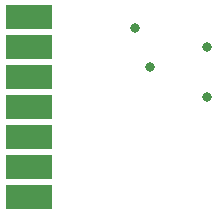
<source format=gbs>
G04 Layer_Color=8150272*
%FSLAX25Y25*%
%MOIN*%
G70*
G01*
G75*
%ADD21R,0.15800X0.08400*%
%ADD24C,0.03200*%
D21*
X112500Y488500D02*
D03*
Y478500D02*
D03*
Y468500D02*
D03*
Y458500D02*
D03*
Y448500D02*
D03*
Y438500D02*
D03*
Y428500D02*
D03*
D24*
X148000Y485000D02*
D03*
X153000Y472000D02*
D03*
X172000Y478500D02*
D03*
Y462000D02*
D03*
M02*

</source>
